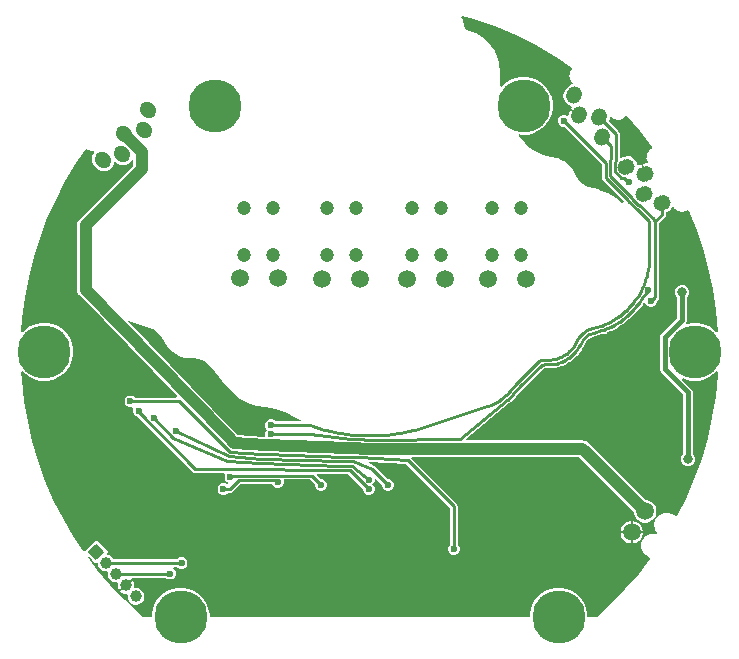
<source format=gbl>
G04*
G04 #@! TF.GenerationSoftware,Altium Limited,Altium Designer,22.7.1 (60)*
G04*
G04 Layer_Physical_Order=2*
G04 Layer_Color=16711680*
%FSLAX44Y44*%
%MOMM*%
G71*
G04*
G04 #@! TF.SameCoordinates,B1D2CE6E-9D4F-4FB7-BF96-633E019B2C5D*
G04*
G04*
G04 #@! TF.FilePolarity,Positive*
G04*
G01*
G75*
%ADD11C,1.0000*%
%ADD13C,0.4000*%
%ADD32C,0.2500*%
%ADD34C,1.5000*%
%ADD35C,1.2000*%
G04:AMPARAMS|DCode=36|XSize=1.3mm|YSize=1.5mm|CornerRadius=0mm|HoleSize=0mm|Usage=FLASHONLY|Rotation=108.000|XOffset=0mm|YOffset=0mm|HoleType=Round|Shape=Round|*
%AMOVALD36*
21,1,0.2000,1.3000,0.0000,0.0000,198.0*
1,1,1.3000,0.0951,0.0309*
1,1,1.3000,-0.0951,-0.0309*
%
%ADD36OVALD36*%

%ADD37P,1.4142X4X357.0*%
%ADD38C,1.0000*%
%ADD39C,4.5000*%
G04:AMPARAMS|DCode=40|XSize=1.3mm|YSize=1.5mm|CornerRadius=0mm|HoleSize=0mm|Usage=FLASHONLY|Rotation=150.000|XOffset=0mm|YOffset=0mm|HoleType=Round|Shape=Round|*
%AMOVALD40*
21,1,0.2000,1.3000,0.0000,0.0000,240.0*
1,1,1.3000,0.0500,0.0866*
1,1,1.3000,-0.0500,-0.0866*
%
%ADD40OVALD40*%

G04:AMPARAMS|DCode=41|XSize=1.3mm|YSize=1.5mm|CornerRadius=0mm|HoleSize=0mm|Usage=FLASHONLY|Rotation=225.000|XOffset=0mm|YOffset=0mm|HoleType=Round|Shape=Round|*
%AMOVALD41*
21,1,0.2000,1.3000,0.0000,0.0000,315.0*
1,1,1.3000,-0.0707,0.0707*
1,1,1.3000,0.0707,-0.0707*
%
%ADD41OVALD41*%

%ADD42C,0.6000*%
%ADD43C,1.2700*%
%ADD44C,0.8000*%
G36*
X386193Y579935D02*
X404263Y573629D01*
X421886Y566166D01*
X438988Y557577D01*
X455500Y547899D01*
X469229Y538607D01*
X469421Y537352D01*
X468688Y536431D01*
X468625Y536310D01*
X468531Y536211D01*
X467962Y535317D01*
X467864Y535064D01*
X467722Y534833D01*
X467354Y533839D01*
X467312Y533571D01*
X467222Y533315D01*
X467072Y532266D01*
X467087Y531995D01*
X467053Y531726D01*
X467128Y530669D01*
X467199Y530407D01*
X467223Y530137D01*
X467519Y529119D01*
X467644Y528879D01*
X467724Y528619D01*
X468228Y527687D01*
X468401Y527478D01*
X468534Y527242D01*
X469223Y526437D01*
X469436Y526269D01*
X469616Y526066D01*
X469857Y525882D01*
X469504Y524555D01*
X469450Y524548D01*
X467382Y523691D01*
X465606Y522329D01*
X464244Y520553D01*
X463244Y518821D01*
X462387Y516754D01*
X462095Y514535D01*
X462387Y512316D01*
X463244Y510248D01*
X464606Y508472D01*
X466382Y507110D01*
X468450Y506253D01*
X468692Y506221D01*
X469253Y504867D01*
X468520Y503910D01*
X468395Y503694D01*
X475819Y499407D01*
X475069Y498108D01*
X467645Y502395D01*
X467520Y502178D01*
X466663Y500111D01*
X466427Y498315D01*
X465354Y497825D01*
X465135Y497811D01*
X465111Y497835D01*
X463273Y498597D01*
X461284D01*
X459446Y497835D01*
X458039Y496429D01*
X457278Y494591D01*
Y492602D01*
X458039Y490764D01*
X459446Y489358D01*
X461284Y488597D01*
X462592D01*
X494538Y456650D01*
Y445371D01*
X494791Y444103D01*
X495509Y443028D01*
X513113Y425424D01*
X513167Y424823D01*
X511951Y424160D01*
X506922Y428079D01*
X506765Y428158D01*
X506633Y428275D01*
X499755Y432257D01*
X499588Y432314D01*
X499441Y432411D01*
X492083Y435416D01*
X491910Y435450D01*
X491751Y435526D01*
X484095Y437486D01*
X481014Y438391D01*
X478380Y439807D01*
X476094Y441735D01*
X474255Y444093D01*
X472824Y447018D01*
X472818Y447027D01*
X472815Y447037D01*
X470523Y451629D01*
X470348Y451854D01*
X470213Y452106D01*
X466960Y456075D01*
X466739Y456256D01*
X466553Y456472D01*
X462500Y459621D01*
X462245Y459749D01*
X462015Y459918D01*
X457365Y462090D01*
X457087Y462158D01*
X456826Y462271D01*
X451810Y463358D01*
X451797Y463358D01*
X451786Y463363D01*
X444643Y464840D01*
X438190Y467632D01*
X432438Y471677D01*
X427498Y476944D01*
X424172Y480921D01*
X424820Y482014D01*
X426008Y481777D01*
X430834D01*
X435567Y482719D01*
X440026Y484566D01*
X444039Y487247D01*
X447451Y490659D01*
X450133Y494672D01*
X451979Y499131D01*
X452921Y503864D01*
Y508690D01*
X451979Y513424D01*
X450133Y517882D01*
X447451Y521895D01*
X444039Y525308D01*
X440026Y527989D01*
X435567Y529836D01*
X430834Y530777D01*
X426008D01*
X421275Y529836D01*
X416816Y527989D01*
X412803Y525308D01*
X409740Y522244D01*
X408470Y522738D01*
Y535486D01*
X408446Y535605D01*
X408458Y535726D01*
X407870Y541932D01*
X407800Y542164D01*
X407779Y542405D01*
X406034Y548390D01*
X405922Y548605D01*
X405856Y548837D01*
X403016Y554387D01*
X402866Y554577D01*
X402757Y554793D01*
X398924Y559709D01*
X398741Y559868D01*
X398594Y560060D01*
X393905Y564167D01*
X393695Y564288D01*
X393514Y564449D01*
X388136Y567602D01*
X387908Y567681D01*
X387700Y567805D01*
X381855Y569880D01*
X380610Y570357D01*
X379739Y570960D01*
X379036Y571753D01*
X378542Y572689D01*
X378209Y574010D01*
X376896Y579267D01*
X376768Y579539D01*
X376683Y579828D01*
X375743Y581630D01*
X376542Y582617D01*
X386193Y579935D01*
D02*
G37*
G36*
X515754Y497468D02*
X526804Y484802D01*
X536999Y471439D01*
X536781Y470188D01*
X535793Y469550D01*
X535695Y469455D01*
X535574Y469392D01*
X534750Y468726D01*
X534576Y468517D01*
X534368Y468343D01*
X533703Y467518D01*
X533577Y467278D01*
X533410Y467064D01*
X532934Y466117D01*
X532862Y465856D01*
X532743Y465611D01*
X532477Y464586D01*
X532462Y464315D01*
X532398Y464051D01*
X532354Y462993D01*
X532396Y462724D01*
X532389Y462453D01*
X532570Y461409D01*
X532667Y461156D01*
X532718Y460889D01*
X533114Y459907D01*
X533263Y459680D01*
X533368Y459430D01*
X533778Y458826D01*
X533439Y457965D01*
X533116Y457604D01*
X531942Y457696D01*
X529742Y457289D01*
X529504Y457211D01*
X532153Y449058D01*
X530727Y448594D01*
X528078Y456748D01*
X527840Y456671D01*
X526047Y455815D01*
X525232Y456045D01*
X524651Y456379D01*
X524408Y457689D01*
X523444Y459709D01*
X521991Y461411D01*
X520146Y462679D01*
X518037Y463426D01*
X515806Y463601D01*
X513605Y463193D01*
X511703Y462575D01*
X510802Y462146D01*
X509532Y462947D01*
Y482819D01*
X509280Y484087D01*
X508562Y485162D01*
X500464Y493260D01*
X501267Y495199D01*
X501428Y496426D01*
X501820Y496659D01*
X502762Y496828D01*
X503261Y496317D01*
X503485Y496163D01*
X503677Y495972D01*
X504560Y495387D01*
X504812Y495284D01*
X505040Y495138D01*
X506027Y494752D01*
X506294Y494704D01*
X506548Y494609D01*
X507594Y494440D01*
X507865Y494450D01*
X508134Y494411D01*
X509192Y494466D01*
X509455Y494533D01*
X509726Y494551D01*
X510749Y494828D01*
X510992Y494949D01*
X511252Y495024D01*
X512194Y495510D01*
X512406Y495680D01*
X512645Y495808D01*
X513462Y496482D01*
X513549Y496588D01*
X513662Y496665D01*
X514485Y497505D01*
X515754Y497468D01*
D02*
G37*
G36*
X59838Y469258D02*
X59959Y469195D01*
X60058Y469100D01*
X60951Y468529D01*
X61203Y468431D01*
X61434Y468288D01*
X62427Y467919D01*
X62695Y467875D01*
X62951Y467785D01*
X64000Y467633D01*
X64271Y467647D01*
X64294Y467644D01*
X64720Y467013D01*
X64914Y466365D01*
X64136Y465352D01*
X63280Y463284D01*
X62988Y461065D01*
X63280Y458846D01*
X64136Y456778D01*
X65499Y455003D01*
X66913Y453589D01*
X68689Y452226D01*
X70756Y451370D01*
X72975Y451077D01*
X75194Y451370D01*
X77262Y452226D01*
X79037Y453589D01*
X80400Y455364D01*
X81256Y457432D01*
X81433Y458773D01*
X82774Y459228D01*
X83326Y458676D01*
X85102Y457313D01*
X87169Y456457D01*
X89388Y456165D01*
X91607Y456457D01*
X93675Y457313D01*
X95451Y458676D01*
X96632Y460216D01*
X97601Y460039D01*
X97902Y459882D01*
Y455460D01*
X52437Y409995D01*
X51315Y408532D01*
X50610Y406829D01*
X50369Y405002D01*
Y350686D01*
X50482Y349831D01*
X50580Y348974D01*
X50602Y348918D01*
X50610Y348858D01*
X50940Y348062D01*
X51256Y347259D01*
X51292Y347211D01*
X51315Y347155D01*
X51840Y346472D01*
X52354Y345779D01*
X134798Y260493D01*
X134302Y259324D01*
X99220D01*
X98295Y260249D01*
X96458Y261010D01*
X94468D01*
X92631Y260249D01*
X91224Y258843D01*
X90463Y257005D01*
Y255016D01*
X91224Y253178D01*
X92631Y251772D01*
X94468Y251010D01*
X96458D01*
X96996Y251234D01*
X97968Y250261D01*
X97511Y249159D01*
Y247170D01*
X98273Y245332D01*
X99679Y243926D01*
X101222Y243286D01*
X148109Y196400D01*
X149184Y195681D01*
X150452Y195429D01*
X152524Y195429D01*
X152543Y195433D01*
X152562Y195429D01*
X174870Y195684D01*
X174872Y195684D01*
X175618Y194423D01*
X175104Y193181D01*
Y191192D01*
X175865Y189354D01*
X177271Y187948D01*
X177871Y187700D01*
X178320Y186210D01*
X177044Y185999D01*
X175206Y186761D01*
X173217D01*
X171379Y185999D01*
X169973Y184593D01*
X169212Y182755D01*
Y180766D01*
X169973Y178928D01*
X171379Y177522D01*
X173217Y176761D01*
X175206D01*
X177044Y177522D01*
X177969Y178447D01*
X179713D01*
X180981Y178699D01*
X182056Y179417D01*
X188585Y185947D01*
X215552D01*
X215974Y184928D01*
X217381Y183522D01*
X219218Y182760D01*
X221208D01*
X223045Y183522D01*
X224452Y184928D01*
X225213Y186766D01*
Y188755D01*
X225157Y188891D01*
X225862Y189947D01*
X247340D01*
X251713Y185574D01*
Y184266D01*
X252474Y182428D01*
X253881Y181022D01*
X255718Y180260D01*
X257708D01*
X259545Y181022D01*
X260952Y182428D01*
X261713Y184266D01*
Y186255D01*
X260952Y188093D01*
X259545Y189499D01*
X257708Y190260D01*
X256399D01*
X253028Y193632D01*
X253521Y194802D01*
X271586Y194581D01*
X271606Y194585D01*
X271626Y194581D01*
X272685D01*
X273006Y194517D01*
X273007Y194517D01*
X273009Y194517D01*
X279771D01*
X292213Y182074D01*
Y180766D01*
X292974Y178928D01*
X294381Y177522D01*
X296218Y176761D01*
X298207D01*
X300045Y177522D01*
X301452Y178928D01*
X302213Y180766D01*
Y182755D01*
X301452Y184593D01*
X300315Y185729D01*
X301372Y186786D01*
X302134Y188624D01*
Y190108D01*
X303389Y190648D01*
X308463Y185574D01*
Y184266D01*
X309224Y182428D01*
X310631Y181022D01*
X312468Y180260D01*
X314457D01*
X316295Y181022D01*
X317702Y182428D01*
X318463Y184266D01*
Y186255D01*
X317702Y188093D01*
X316295Y189499D01*
X314457Y190260D01*
X313149D01*
X303038Y200371D01*
X302306Y201103D01*
X301773Y201460D01*
X301241Y201818D01*
X297247Y203488D01*
X297533Y204725D01*
X328859Y202887D01*
X365899Y165847D01*
Y134768D01*
X364974Y133843D01*
X364213Y132005D01*
Y130016D01*
X364974Y128178D01*
X366381Y126772D01*
X368218Y126010D01*
X370207D01*
X372045Y126772D01*
X373452Y128178D01*
X374213Y130016D01*
Y132005D01*
X373452Y133843D01*
X372527Y134768D01*
Y167219D01*
X372274Y168487D01*
X371556Y169562D01*
X333387Y207731D01*
X333387Y207731D01*
X333380Y207738D01*
X333906Y209008D01*
X475150D01*
X476011Y208147D01*
X521673Y162486D01*
Y161720D01*
X522320Y159304D01*
X523571Y157137D01*
X525340Y155369D01*
X527506Y154118D01*
X529922Y153470D01*
X532424D01*
X534840Y154118D01*
X537006Y155369D01*
X538775Y157137D01*
X540025Y159304D01*
X540673Y161720D01*
Y164221D01*
X540025Y166637D01*
X538775Y168804D01*
X537006Y170572D01*
X534840Y171823D01*
X532424Y172470D01*
X531658D01*
X485996Y218132D01*
X483067Y221061D01*
X481605Y222183D01*
X479902Y222888D01*
X478075Y223129D01*
X380405D01*
X379973Y224323D01*
X416147Y254463D01*
X416353Y254504D01*
X417428Y255222D01*
X421822Y259615D01*
X422321Y260362D01*
X428106Y266717D01*
X445284Y283895D01*
X447727Y284189D01*
X451163D01*
X451240Y284204D01*
X452456Y284402D01*
X452463Y284405D01*
X453701Y284612D01*
X453959Y284633D01*
X455679D01*
X456302Y284757D01*
X456751D01*
X458019Y285009D01*
X459094Y285728D01*
X459355Y285988D01*
X460469Y286357D01*
X461353D01*
X462621Y286610D01*
X463482Y287004D01*
X464501Y287703D01*
X464643Y287798D01*
X465500Y288655D01*
X466474Y289264D01*
X466478D01*
X467746Y289517D01*
X468821Y290235D01*
X473214Y294628D01*
X473329Y294799D01*
X474896Y296406D01*
X476279Y297789D01*
X476333Y297871D01*
X477042Y298579D01*
X477760Y299654D01*
X478013Y300923D01*
Y301043D01*
X478602Y302040D01*
X479072Y302510D01*
X479790Y303585D01*
X479833Y303798D01*
X480551Y304873D01*
X480693Y305586D01*
X481276Y306577D01*
X483083Y308452D01*
X485276Y309855D01*
X488691Y311041D01*
X494574Y312766D01*
X495378D01*
X496646Y313018D01*
X496821Y313088D01*
X496869Y313099D01*
X496869Y313099D01*
X497817Y313440D01*
X498891Y314158D01*
X499264Y314530D01*
X502589Y316025D01*
X502901D01*
X504169Y316277D01*
X504218Y316310D01*
X504935Y316711D01*
X505283Y316855D01*
X506266Y317564D01*
X506331Y317607D01*
X507049Y318325D01*
X510202Y320300D01*
X511189Y320496D01*
X512264Y321215D01*
X512676Y321627D01*
X513253Y322012D01*
X514313Y323072D01*
X517285Y325559D01*
X517476Y325597D01*
X518551Y326315D01*
X522944Y330709D01*
X523464Y331486D01*
X526275Y334584D01*
X527434Y335743D01*
X527646Y336061D01*
X528285Y336700D01*
X529004Y337775D01*
X529160Y338560D01*
X530040Y339846D01*
X531394Y339578D01*
X531974Y338178D01*
X533381Y336772D01*
X535218Y336011D01*
X537207D01*
X539045Y336772D01*
X540452Y338178D01*
X541213Y340016D01*
Y341324D01*
X541894Y342005D01*
X542612Y343080D01*
X542864Y344348D01*
Y406964D01*
X547979Y412080D01*
X548698Y413155D01*
X548950Y414423D01*
Y416227D01*
X549236Y416320D01*
X551256Y417284D01*
X552958Y418737D01*
X554226Y420582D01*
X554269Y420704D01*
X555643Y420779D01*
X555774Y420507D01*
X555937Y420290D01*
X556059Y420048D01*
X556709Y419211D01*
X556915Y419034D01*
X557085Y418822D01*
X557897Y418142D01*
X558135Y418011D01*
X558346Y417841D01*
X559283Y417347D01*
X559543Y417270D01*
X559785Y417147D01*
X560806Y416862D01*
X561077Y416841D01*
X561339Y416772D01*
X562397Y416709D01*
X562665Y416746D01*
X562937Y416734D01*
X563984Y416895D01*
X564239Y416988D01*
X564506Y417033D01*
X565496Y417411D01*
X565612Y417484D01*
X565744Y417521D01*
X566795Y418057D01*
X567987Y417619D01*
X573991Y403215D01*
X579935Y386052D01*
X584814Y368556D01*
X588608Y350794D01*
X591304Y332831D01*
X592870Y314976D01*
X592385Y314611D01*
X591628Y314422D01*
X589034Y317016D01*
X585021Y319697D01*
X580563Y321544D01*
X575829Y322486D01*
X571003D01*
X566545Y321599D01*
X565971Y322331D01*
X565825Y322717D01*
X566481Y323700D01*
X566791Y325260D01*
X566791Y325261D01*
Y344104D01*
X567799Y345112D01*
X568713Y347317D01*
Y349704D01*
X567799Y351909D01*
X566112Y353597D01*
X563906Y354510D01*
X561520D01*
X559314Y353597D01*
X557626Y351909D01*
X556713Y349704D01*
Y347317D01*
X557626Y345112D01*
X558635Y344104D01*
Y326950D01*
X544782Y313097D01*
X543898Y311774D01*
X543588Y310214D01*
X543588Y310213D01*
Y283808D01*
X543588Y283807D01*
X543898Y282247D01*
X544782Y280924D01*
X563385Y262321D01*
Y211417D01*
X562376Y210409D01*
X561463Y208204D01*
Y205817D01*
X562376Y203612D01*
X564064Y201924D01*
X566269Y201010D01*
X568656D01*
X570862Y201924D01*
X572550Y203612D01*
X573463Y205817D01*
Y208204D01*
X572550Y210409D01*
X571541Y211417D01*
Y264010D01*
X571231Y265571D01*
X570347Y266894D01*
X562717Y274524D01*
X563436Y275601D01*
X566270Y274427D01*
X571003Y273486D01*
X575829D01*
X580563Y274427D01*
X585021Y276274D01*
X589034Y278955D01*
X591555Y281477D01*
X592807Y280932D01*
X592718Y278429D01*
X590959Y260351D01*
X588093Y242415D01*
X584130Y224690D01*
X579085Y207241D01*
X572977Y190135D01*
X565831Y173438D01*
X558556Y158970D01*
X557343Y158592D01*
X553759Y160558D01*
X553605Y160607D01*
X553469Y160694D01*
X551725Y161384D01*
X551410Y161441D01*
X551107Y161542D01*
X549246Y161777D01*
X548958Y161756D01*
X548671Y161784D01*
X547176Y161633D01*
X546930Y161558D01*
X546675Y161531D01*
X545239Y161085D01*
X545014Y160962D01*
X544768Y160885D01*
X543451Y160161D01*
X543254Y159996D01*
X543030Y159872D01*
X541883Y158900D01*
X541723Y158699D01*
X541528Y158532D01*
X540598Y157350D01*
X540481Y157121D01*
X540324Y156919D01*
X539648Y155576D01*
X539580Y155328D01*
X539465Y155098D01*
X539071Y153647D01*
X539054Y153392D01*
X538988Y153144D01*
X538891Y151643D01*
X538925Y151389D01*
X538909Y151132D01*
X539114Y149643D01*
X539198Y149400D01*
X539234Y149146D01*
X539732Y147727D01*
X539862Y147506D01*
X539949Y147264D01*
X540719Y145974D01*
X540891Y145783D01*
X541024Y145563D01*
X541601Y144930D01*
X540695Y143497D01*
X538208Y143996D01*
X537823Y143996D01*
X537440Y144031D01*
X535880Y143867D01*
X535624Y143788D01*
X535358Y143756D01*
X533866Y143271D01*
X533632Y143140D01*
X533379Y143054D01*
X532020Y142268D01*
X531819Y142092D01*
X531589Y141954D01*
X530424Y140904D01*
X530263Y140689D01*
X530067Y140507D01*
X529146Y139237D01*
X529034Y138993D01*
X528880Y138774D01*
X528243Y137340D01*
X528185Y137079D01*
X528079Y136833D01*
X527755Y135297D01*
X527752Y135030D01*
X527700Y134767D01*
X527703Y133198D01*
X527756Y132935D01*
X527760Y132667D01*
X528089Y131133D01*
X528195Y130887D01*
X528255Y130626D01*
X528896Y129194D01*
X529051Y128976D01*
X529164Y128733D01*
X530089Y127466D01*
X530286Y127284D01*
X530447Y127070D01*
X531615Y126023D01*
X531731Y125955D01*
X531823Y125856D01*
X535139Y123461D01*
X535319Y122203D01*
X525791Y109935D01*
X514255Y96771D01*
X501960Y84313D01*
X490181Y73715D01*
X482421D01*
Y76128D01*
X481479Y80861D01*
X479633Y85320D01*
X476951Y89332D01*
X473539Y92745D01*
X469526Y95426D01*
X465067Y97273D01*
X460334Y98215D01*
X455508D01*
X450775Y97273D01*
X446316Y95426D01*
X442303Y92745D01*
X438891Y89332D01*
X436209Y85320D01*
X434362Y80861D01*
X433421Y76128D01*
Y73715D01*
X162421D01*
Y76128D01*
X161479Y80861D01*
X159633Y85320D01*
X156951Y89332D01*
X153539Y92745D01*
X149526Y95426D01*
X145067Y97273D01*
X140334Y98215D01*
X135508D01*
X130775Y97273D01*
X126316Y95426D01*
X122303Y92745D01*
X118891Y89332D01*
X116209Y85320D01*
X114362Y80861D01*
X113421Y76128D01*
Y73715D01*
X105708D01*
X103339Y75667D01*
X90515Y87580D01*
X78419Y100232D01*
X67094Y113577D01*
X59250Y124015D01*
X60231Y124823D01*
X65699Y118750D01*
X66445Y119423D01*
X67686Y118831D01*
X67676Y118644D01*
X68060Y116841D01*
X68896Y115199D01*
X70130Y113830D01*
X71675Y112826D01*
X73428Y112256D01*
X75269Y112160D01*
X75491Y112207D01*
X76341Y111263D01*
X76271Y111047D01*
X76174Y109206D01*
X76557Y107404D01*
X77394Y105761D01*
X78628Y104392D01*
X80173Y103388D01*
X81926Y102818D01*
X83767Y102722D01*
X83989Y102769D01*
X84839Y101825D01*
X84769Y101609D01*
X84672Y99768D01*
X85056Y97966D01*
X85892Y96323D01*
X86007Y96196D01*
X91209Y100880D01*
X96636Y105766D01*
X96833Y106428D01*
X97029Y106697D01*
X125456D01*
X126131Y106022D01*
X127968Y105260D01*
X129958D01*
X131795Y106022D01*
X133202Y107428D01*
X133963Y109266D01*
Y111255D01*
X133202Y113093D01*
X131795Y114499D01*
X131743Y114521D01*
X131996Y115791D01*
X134862D01*
X135881Y114772D01*
X137718Y114010D01*
X139707D01*
X141545Y114772D01*
X142952Y116178D01*
X143713Y118016D01*
Y120005D01*
X142952Y121843D01*
X141545Y123249D01*
X139707Y124010D01*
X137718D01*
X135881Y123249D01*
X135049Y122418D01*
X80931D01*
X80534Y123197D01*
X79300Y124567D01*
X77755Y125571D01*
X76002Y126140D01*
X75815Y126150D01*
X75356Y127446D01*
X76103Y128118D01*
X66735Y138522D01*
X56783Y129561D01*
X55239Y129591D01*
X46911Y142160D01*
X38124Y157297D01*
X30248Y172929D01*
X23312Y189000D01*
X17341Y205453D01*
X12353Y222230D01*
X8368Y239274D01*
X5400Y256523D01*
X3458Y273918D01*
X3097Y280871D01*
X4339Y281424D01*
X6808Y278955D01*
X10821Y276274D01*
X15280Y274427D01*
X20013Y273486D01*
X24839D01*
X29572Y274427D01*
X34031Y276274D01*
X38044Y278955D01*
X41456Y282368D01*
X44138Y286381D01*
X45984Y290839D01*
X46926Y295573D01*
Y300399D01*
X45984Y305132D01*
X44138Y309591D01*
X41456Y313603D01*
X38044Y317016D01*
X34031Y319697D01*
X29572Y321544D01*
X24839Y322486D01*
X20013D01*
X15280Y321544D01*
X10821Y319697D01*
X6808Y317016D01*
X4326Y314534D01*
X3091Y315095D01*
X3842Y326365D01*
X6039Y343730D01*
X9260Y360935D01*
X13494Y377918D01*
X18727Y394621D01*
X24939Y410984D01*
X32110Y426951D01*
X40213Y442465D01*
X49221Y457473D01*
X57658Y469809D01*
X58914Y469997D01*
X59838Y469258D01*
D02*
G37*
G36*
X94219Y324678D02*
X94383Y324616D01*
X94527Y324514D01*
X101776Y321255D01*
X101948Y321216D01*
X102104Y321134D01*
X109670Y318915D01*
X114198Y317343D01*
X118034Y314889D01*
X121193Y311610D01*
X123656Y307427D01*
X123658Y307425D01*
X123659Y307423D01*
X126449Y302704D01*
X126652Y302477D01*
X126818Y302222D01*
X130646Y298298D01*
X130897Y298126D01*
X131119Y297917D01*
X135767Y295010D01*
X136052Y294902D01*
X136316Y294752D01*
X141520Y293027D01*
X141822Y292990D01*
X142115Y292906D01*
X147579Y292462D01*
X147707Y292477D01*
X147834Y292454D01*
X148500Y292467D01*
X153238Y291897D01*
X157585Y290264D01*
X161420Y287648D01*
X164664Y284041D01*
X172791Y273455D01*
X172872Y273384D01*
X172928Y273292D01*
X181978Y263349D01*
X182120Y263244D01*
X182232Y263107D01*
X187828Y258444D01*
X188043Y258327D01*
X188230Y258169D01*
X194612Y254657D01*
X194845Y254583D01*
X195059Y254464D01*
X201992Y252231D01*
X202236Y252203D01*
X202469Y252127D01*
X209670Y251257D01*
X218301Y250011D01*
X226329Y246788D01*
X237232Y241397D01*
X237336Y241369D01*
X237427Y241311D01*
X239935Y240322D01*
X239698Y239074D01*
X218470D01*
X217545Y239999D01*
X215707Y240760D01*
X213718D01*
X211881Y239999D01*
X210474Y238593D01*
X209713Y236755D01*
Y234766D01*
X210474Y232928D01*
X211267Y232135D01*
X209974Y230843D01*
X209213Y229005D01*
Y227199D01*
X209010Y226726D01*
X208472Y225980D01*
X186349Y227609D01*
X182690Y231268D01*
X93230Y323810D01*
X94030Y324797D01*
X94219Y324678D01*
D02*
G37*
%LPC*%
G36*
X521204Y154720D02*
X520703D01*
Y145970D01*
X529453D01*
Y146471D01*
X528806Y148887D01*
X527555Y151053D01*
X525786Y152822D01*
X523620Y154073D01*
X521204Y154720D01*
D02*
G37*
G36*
X519203D02*
X518702D01*
X516286Y154073D01*
X514120Y152822D01*
X512351Y151053D01*
X511100Y148887D01*
X510453Y146471D01*
Y145970D01*
X519203D01*
Y154720D01*
D02*
G37*
G36*
X529453Y144471D02*
X520703D01*
Y135721D01*
X521204D01*
X523620Y136368D01*
X525786Y137619D01*
X527555Y139387D01*
X528806Y141554D01*
X529453Y143970D01*
Y144471D01*
D02*
G37*
G36*
X519203D02*
X510453D01*
Y143970D01*
X511100Y141554D01*
X512351Y139387D01*
X514120Y137619D01*
X516286Y136368D01*
X518702Y135721D01*
X519203D01*
Y144471D01*
D02*
G37*
G36*
X97415Y104449D02*
X92213Y99765D01*
X87011Y95081D01*
X87126Y94954D01*
X88671Y93950D01*
X90424Y93380D01*
X92265Y93284D01*
X92487Y93331D01*
X93337Y92387D01*
X93267Y92171D01*
X93170Y90331D01*
X93553Y88528D01*
X94390Y86885D01*
X95624Y85516D01*
X97169Y84512D01*
X98922Y83942D01*
X100763Y83846D01*
X102566Y84229D01*
X104208Y85066D01*
X105578Y86299D01*
X106581Y87845D01*
X107151Y89598D01*
X107247Y91439D01*
X106864Y93241D01*
X106027Y94884D01*
X104794Y96253D01*
X103248Y97257D01*
X101496Y97827D01*
X99655Y97923D01*
X99433Y97876D01*
X98583Y98820D01*
X98653Y99036D01*
X98750Y100876D01*
X98366Y102679D01*
X97529Y104321D01*
X97415Y104449D01*
D02*
G37*
%LPD*%
D11*
X288436Y216452D02*
X291708Y216068D01*
X285357Y216580D02*
X288436Y216452D01*
X291708Y216068D02*
X478075D01*
X481004Y213140D01*
X280775Y216580D02*
X285357D01*
X177655Y226318D02*
X183213Y220760D01*
X280769Y216586D02*
X280775Y216580D01*
X279277Y216761D02*
X280769Y216586D01*
X183213Y220760D02*
X210382Y218760D01*
X481004Y213140D02*
X531173Y162970D01*
X57430Y350686D02*
Y405002D01*
Y350686D02*
X177655Y226318D01*
X210382Y218760D02*
X279277Y216761D01*
X57430Y405002D02*
X104963Y452535D01*
X90048Y482109D02*
X104963Y467195D01*
X90048Y482109D02*
Y482574D01*
X104963Y452535D02*
Y467195D01*
D13*
X547666Y283807D02*
Y310214D01*
X567463Y207010D02*
Y264010D01*
X547666Y283807D02*
X567463Y264010D01*
X547666Y310214D02*
X562713Y325260D01*
Y348510D01*
D32*
X496549Y316501D02*
G03*
X495378Y316080I235J-2489D01*
G01*
X452193Y287814D02*
G03*
X452171Y287812I192J-2493D01*
G01*
X503988Y319950D02*
G03*
X502901Y319339I643J-2416D01*
G01*
X462300Y290141D02*
G03*
X461353Y289671I613J-2424D01*
G01*
X501602Y446925D02*
X520236Y428290D01*
Y427651D02*
Y428290D01*
X516486Y426098D02*
Y426737D01*
X520236Y427651D02*
X525508Y422379D01*
X516486Y426098D02*
X523955Y418629D01*
X497852Y445371D02*
Y458023D01*
Y445371D02*
X516486Y426737D01*
X501602Y446925D02*
Y460201D01*
X524594Y418629D02*
X534662Y408561D01*
X525508Y422379D02*
X526147D01*
X523955Y418629D02*
X524594D01*
X538412Y409475D02*
X539550Y408337D01*
X526147Y422379D02*
X538412Y410115D01*
X534662Y376210D02*
Y408561D01*
X538412Y409475D02*
Y410115D01*
X294814Y223568D02*
X300958D01*
X402013Y253598D02*
X407513Y256532D01*
X415085Y257565D02*
X419479Y261959D01*
X300958Y223568D02*
X374701Y224243D01*
X414694Y257565D02*
X415085D01*
X407740Y256653D02*
X409612Y258212D01*
X374701Y224243D02*
X414694Y257565D01*
X407513Y256532D02*
X407740Y256653D01*
X409612Y258212D02*
X413336Y261315D01*
X219266Y187760D02*
X220213D01*
X187213Y189260D02*
X217766D01*
X179713Y181761D02*
X187213Y189260D01*
X217766D02*
X219266Y187760D01*
X180773Y192856D02*
X182914D01*
X180104Y192187D02*
X180773Y192856D01*
X182914D02*
X183318Y193260D01*
X248713D01*
X174212Y181761D02*
X179713D01*
X248713Y193260D02*
X249195Y192778D01*
X74809Y119104D02*
X138619D01*
X138713Y119010D01*
X128713Y110010D02*
X128963Y110260D01*
X83463Y110010D02*
X128713D01*
X74715Y119198D02*
X74809Y119104D01*
X83213Y109760D02*
X83463Y110010D01*
X210106Y211260D02*
X276315Y209244D01*
X178571Y209510D02*
X205585Y207647D01*
X205455Y203897D02*
X273208Y201744D01*
X152524Y198743D02*
X175935Y199010D01*
X180106Y213260D02*
X207185Y211350D01*
X203981Y203947D02*
X205455Y203897D01*
X176912Y205866D02*
X177726Y205760D01*
X274761Y205494D02*
X276109Y205336D01*
X102511Y246684D02*
X150452Y198743D01*
X95463Y256010D02*
X136649D01*
X207053Y207600D02*
X274761Y205494D01*
X150452Y198743D02*
X152524Y198743D01*
X177726Y205760D02*
X203981Y203947D01*
X134193Y230567D02*
X178571Y209510D01*
X276315Y209244D02*
X277663Y209086D01*
X180491Y199010D02*
X271626Y197894D01*
X131610Y225373D02*
X176912Y205866D01*
X115213Y241761D02*
X131610Y225373D01*
X249195Y192778D02*
X256713Y185260D01*
X207185Y211350D02*
X210106Y211260D01*
X205585Y207647D02*
X207053Y207600D01*
X273208Y201744D02*
X274556Y201586D01*
X175935Y199010D02*
X180491D01*
X136649Y256010D02*
X180106Y213260D01*
X271626Y197894D02*
X272945D01*
X285592Y227830D02*
X293289Y227509D01*
X285201Y209080D02*
X288601Y208568D01*
X300695Y198028D02*
X313463Y185260D01*
X291671Y223823D02*
X294814Y223568D01*
X293289Y227509D02*
X296368Y227318D01*
X282696Y201580D02*
X297134Y189618D01*
X288601Y208568D02*
X330311Y206121D01*
X277669Y209080D02*
X285201D01*
X299533Y227321D02*
X311789Y227894D01*
X322730Y229362D01*
X296368Y227318D02*
X299416D01*
X299445Y227319D02*
X299533Y227321D01*
X299416Y227318D02*
X299445Y227319D01*
X285514Y224080D02*
X291671Y223823D01*
X284250Y205330D02*
X299963Y198760D01*
X300695Y198028D01*
X276115Y205330D02*
X284250D01*
X274556Y201586D02*
X274562Y201580D01*
X285435Y227830D02*
X285592D01*
X283882Y224080D02*
X285514D01*
X274562Y201580D02*
X282696D01*
X330311Y206121D02*
X331044Y205388D01*
X247888Y235760D02*
X259645Y232214D01*
X247463Y228260D02*
X282500Y224144D01*
X283882Y224080D01*
X273112Y229362D02*
X284053Y227894D01*
X271762Y229551D02*
X273112Y229362D01*
X259645Y232214D02*
X260958Y231902D01*
X272945Y197894D02*
X273009Y197830D01*
X281143D01*
X281875Y197098D01*
X284053Y227894D02*
X285435Y227830D01*
X281875Y197098D02*
X297213Y181760D01*
X277663Y209086D02*
X277669Y209080D01*
X214213Y228260D02*
X247463D01*
X276109Y205336D02*
X276115Y205330D01*
X260958Y231902D02*
X271762Y229551D01*
X331044Y205388D02*
X369213Y167219D01*
X214713Y235760D02*
X247888D01*
X102511Y246684D02*
Y248165D01*
X369213Y131010D02*
Y167219D01*
X536213Y341010D02*
X539550Y344348D01*
Y408337D01*
X525942Y339725D02*
X528594Y343603D01*
X528890Y343960D02*
X534050Y349120D01*
X528594Y343603D02*
X528890Y343960D01*
X534050Y349120D02*
Y349972D01*
X525827Y346200D02*
X526012Y346385D01*
X475612Y310879D02*
X478102Y313463D01*
X334884Y231902D02*
X336197Y232214D01*
X516851Y334710D02*
X521159Y339457D01*
X521341Y339639D01*
X346786Y235434D02*
X394803Y251089D01*
X460747Y293891D02*
X461074Y294218D01*
X493825Y319830D02*
X494007Y319912D01*
X394803Y251089D02*
X400965Y253140D01*
X473739Y307698D02*
X475612Y310879D01*
X514463Y332408D02*
X514655D01*
X502435Y323700D02*
X502621Y323886D01*
X509356Y328105D02*
X509539Y328288D01*
X486538Y317770D02*
X493559Y319830D01*
X482172Y316255D02*
X486538Y317770D01*
X322730Y229362D02*
X324080Y229551D01*
X441658Y290259D02*
X442891Y290722D01*
X443787Y287052D02*
X447529Y287503D01*
X425708Y269005D02*
X443736Y287033D01*
X419479Y261959D02*
Y262163D01*
X425708Y269005D01*
X443736Y287033D02*
X443787Y287052D01*
X522192Y340885D02*
X525827Y346200D01*
X415729Y263614D02*
X422993Y271594D01*
X509215Y328017D02*
X509356Y328105D01*
X502042Y323524D02*
X502435Y323700D01*
X461074Y294218D02*
X464447Y296328D01*
X516851Y334605D02*
Y334710D01*
X478102Y313463D02*
X478624Y313985D01*
X459800Y293421D02*
X460747Y293891D01*
X442891Y290722D02*
X447304Y291253D01*
X472979Y306406D02*
X473739Y307694D01*
X447304Y291253D02*
X449610D01*
X413336Y261315D02*
X413532D01*
X502621Y323886D02*
X508083Y327308D01*
X478624Y313985D02*
X482172Y316255D01*
X449734Y291377D02*
X453672Y291697D01*
X522192Y340596D02*
Y340885D01*
X422993Y271594D02*
X441658Y290259D01*
X493559Y319830D02*
X493825D01*
X324080Y229551D02*
X334884Y231902D01*
X470186Y301685D02*
X470949Y302476D01*
X501074Y323089D02*
X501348D01*
X494995Y320251D02*
X495186Y320442D01*
X400965Y253140D02*
X402013Y253598D01*
X336197Y232214D02*
X346786Y235434D01*
X455544Y292167D02*
X459329Y293421D01*
X455197Y291821D02*
X455544Y292167D01*
X454126Y291697D02*
X455197Y291821D01*
X413532Y261315D02*
X415729Y263512D01*
X508083Y327308D02*
X508368D01*
X467121Y298525D02*
Y298552D01*
X521341Y339639D02*
X522192Y340596D01*
X509539Y328288D02*
X514463Y332408D01*
X453672Y291697D02*
X454126D01*
X508368Y327308D02*
X509215Y328017D01*
X501348Y323089D02*
X502042Y323524D01*
X415729Y263512D02*
Y263614D01*
X459329Y293421D02*
X459800Y293421D01*
X449610Y291253D02*
X449734Y291377D01*
X464925Y296328D02*
X467121Y298525D01*
Y298552D02*
X469869Y301368D01*
X494007Y319912D02*
X494995Y320251D01*
X464447Y296328D02*
X464925D01*
X469869Y301368D02*
X470186Y301685D01*
X495186Y320442D02*
X501074Y323089D01*
X470949Y302476D02*
Y302976D01*
X472976Y306404D01*
X472979Y306406D01*
X473739Y307694D02*
Y307698D01*
X514655Y332408D02*
X516851Y334605D01*
X526679Y347445D02*
X529748Y353686D01*
X526012Y346385D02*
X526679Y347445D01*
X451411Y287750D02*
X452171Y287812D01*
X451163Y287503D02*
X451411Y287750D01*
X447529Y287503D02*
X451163D01*
X523875Y336870D02*
X525091Y338086D01*
X520601Y333262D02*
X523875Y336870D01*
X520601Y333052D02*
Y333262D01*
X516208Y328658D02*
X520601Y333052D01*
X475963Y304087D02*
X476729Y304853D01*
X512073Y325519D02*
X515825Y328658D01*
X510910Y324355D02*
X512073Y325519D01*
X509921Y323558D02*
X510718Y324355D01*
X509161Y323558D02*
X509921D01*
X504972Y320934D02*
X509161Y323558D01*
X503988Y319950D02*
X504972Y320934D01*
X501878Y319339D02*
X502901D01*
X497351Y317304D02*
X501878Y319339D01*
X496549Y316501D02*
X497351Y317304D01*
X494098Y316080D02*
X495378D01*
X487681Y314198D02*
X494098Y316080D01*
X483820Y312857D02*
X487681Y314198D01*
X480988Y311046D02*
X483820Y312857D01*
X480779Y310837D02*
X480988Y311046D01*
X478619Y308595D02*
X480779Y310837D01*
X477489Y306677D02*
X478619Y308595D01*
X477489Y306141D02*
Y306677D01*
X476729Y305380D02*
X477489Y306141D01*
X476729Y304853D02*
Y305380D01*
X456751Y288071D02*
X457567Y288887D01*
X455803Y288071D02*
X456751D01*
X455679Y287947D02*
X455803Y288071D01*
X453825Y287947D02*
X455679D01*
X452193Y287814D02*
X453825Y287947D01*
X474699Y301950D02*
X475963Y304087D01*
X473936Y300159D02*
X474699Y300923D01*
X525091Y338191D02*
X525942Y339043D01*
X472537Y298734D02*
X473936Y300132D01*
X470871Y297026D02*
X472537Y298734D01*
X470871Y296971D02*
Y297026D01*
X466478Y292578D02*
X470871Y296971D01*
X459934Y289671D02*
X461353D01*
X462300Y290141D02*
X463424Y291265D01*
X465523Y292578D02*
X466478D01*
X515825Y328658D02*
X516208D01*
X473936Y300132D02*
Y300159D01*
X525091Y338086D02*
Y338191D01*
X474699Y300923D02*
Y301950D01*
X525942Y339043D02*
Y339725D01*
X457567Y288887D02*
X459934Y289671D01*
X510718Y324355D02*
X510910D01*
X463424Y291265D02*
X465523Y292578D01*
X534177Y369423D02*
X534237Y370606D01*
X533973Y369220D02*
X534177Y369423D01*
X532767Y362894D02*
X533973Y369220D01*
X532767Y362632D02*
Y362894D01*
X532653Y362293D02*
X532767Y362632D01*
X532485Y361412D02*
X532653Y362293D01*
X532290Y361217D02*
X532485Y361412D01*
X530226Y355102D02*
X532290Y361217D01*
X530205Y354792D02*
X530226Y355102D01*
X529946Y354274D02*
X530205Y354792D01*
X529748Y353686D02*
X529946Y354274D01*
X534517Y376064D02*
X534662Y376210D01*
X534255Y370959D02*
X534517Y376064D01*
X534255Y370701D02*
Y370959D01*
X534237Y370606D02*
X534255Y370701D01*
X539550Y408337D02*
X545636Y414423D01*
X502469Y461068D02*
Y472128D01*
X495038Y479559D02*
X502469Y472128D01*
X495038Y479559D02*
Y479559D01*
X501602Y460201D02*
X502469Y461068D01*
X462278Y493597D02*
X497852Y458023D01*
X545636Y414423D02*
Y424165D01*
X505352Y450694D02*
X510624Y445422D01*
X513355D01*
X516766Y442010D01*
X517713D01*
X505352Y450694D02*
Y458648D01*
X506219Y459514D01*
X492486Y496552D02*
X506219Y482819D01*
X492486Y496552D02*
Y496552D01*
X506219Y459514D02*
Y482819D01*
D34*
X430000Y360000D02*
D03*
X398000D02*
D03*
X362000D02*
D03*
X330000D02*
D03*
X290000D02*
D03*
X258000D02*
D03*
X220000Y360309D02*
D03*
X188000D02*
D03*
X519953Y145220D02*
D03*
X531173Y162970D02*
D03*
D35*
X426500Y419691D02*
D03*
Y379691D02*
D03*
X401500Y419691D02*
D03*
Y379691D02*
D03*
X358500Y419691D02*
D03*
Y379691D02*
D03*
X333500Y419691D02*
D03*
Y379691D02*
D03*
X286500Y419691D02*
D03*
Y379691D02*
D03*
X261500Y419691D02*
D03*
Y379691D02*
D03*
X216500Y420000D02*
D03*
Y380000D02*
D03*
X191500Y420000D02*
D03*
Y380000D02*
D03*
D36*
X515303Y454731D02*
D03*
X545636Y424165D02*
D03*
X531440Y448826D02*
D03*
X530187Y431688D02*
D03*
D37*
X66217Y128636D02*
D03*
D38*
X74715Y119198D02*
D03*
X83213Y109760D02*
D03*
X91711Y100323D02*
D03*
X100209Y90885D02*
D03*
D39*
X167421Y506277D02*
D03*
X22426Y297986D02*
D03*
X137921Y73715D02*
D03*
X457921D02*
D03*
X428421Y506277D02*
D03*
X573416Y297986D02*
D03*
D40*
X475444Y498758D02*
D03*
X471169Y515401D02*
D03*
X492486Y496552D02*
D03*
X495038Y479559D02*
D03*
D41*
X90048Y482574D02*
D03*
X110006Y502856D02*
D03*
X106895Y485957D02*
D03*
X88681Y465445D02*
D03*
X72268Y460358D02*
D03*
D42*
X558463Y411010D02*
D03*
X567515Y408957D02*
D03*
X442963Y204010D02*
D03*
X433963Y198760D02*
D03*
X442713Y195260D02*
D03*
X452213Y192010D02*
D03*
X570963Y398511D02*
D03*
Y198511D02*
D03*
X560963Y178511D02*
D03*
X510963Y118511D02*
D03*
X500963Y138511D02*
D03*
X490963Y118511D02*
D03*
X500963Y98511D02*
D03*
X480963D02*
D03*
X460963Y538511D02*
D03*
Y178511D02*
D03*
X450963Y158511D02*
D03*
X460963Y138511D02*
D03*
X450963Y118511D02*
D03*
X440963Y538511D02*
D03*
X430963Y478511D02*
D03*
X440963Y138511D02*
D03*
X430963Y118511D02*
D03*
X440963Y98511D02*
D03*
X410963Y558511D02*
D03*
X420963Y538511D02*
D03*
X410963Y198511D02*
D03*
X420963Y98511D02*
D03*
X410963Y78511D02*
D03*
X390963Y198511D02*
D03*
X400963Y178511D02*
D03*
X390963Y158511D02*
D03*
X370963Y198511D02*
D03*
X380963Y178511D02*
D03*
X350963Y198511D02*
D03*
X330963Y158511D02*
D03*
X340963Y138511D02*
D03*
X330963Y118511D02*
D03*
X340963Y98511D02*
D03*
X310963Y198511D02*
D03*
Y158511D02*
D03*
X290963D02*
D03*
X270963D02*
D03*
X250963D02*
D03*
X260963Y138511D02*
D03*
X250963Y118511D02*
D03*
X260963Y98511D02*
D03*
X220963Y178511D02*
D03*
X190963Y238511D02*
D03*
X200963Y178511D02*
D03*
X180963Y258511D02*
D03*
Y138511D02*
D03*
X170963Y118511D02*
D03*
Y78511D02*
D03*
X150963Y278511D02*
D03*
Y158511D02*
D03*
X140963Y178511D02*
D03*
X110963Y198511D02*
D03*
X120963Y178511D02*
D03*
X110963Y158511D02*
D03*
X120963Y138511D02*
D03*
Y98511D02*
D03*
X90963Y198511D02*
D03*
X100963Y178511D02*
D03*
X90963Y158511D02*
D03*
X100963Y138511D02*
D03*
X80963Y218511D02*
D03*
X70963Y198511D02*
D03*
X80963Y178511D02*
D03*
X70963Y158511D02*
D03*
X80963Y138511D02*
D03*
X50963Y438511D02*
D03*
Y278511D02*
D03*
X60963Y258511D02*
D03*
X50963Y238511D02*
D03*
X60963Y218511D02*
D03*
X50963Y198511D02*
D03*
X60963Y178511D02*
D03*
X50963Y158511D02*
D03*
X60963Y138511D02*
D03*
X40963Y418511D02*
D03*
X30963Y398511D02*
D03*
Y358511D02*
D03*
X40963Y258511D02*
D03*
X30963Y238511D02*
D03*
X40963Y218511D02*
D03*
X30963Y198511D02*
D03*
X40963Y178511D02*
D03*
X20963Y378511D02*
D03*
Y338511D02*
D03*
Y258511D02*
D03*
Y218511D02*
D03*
X174212Y181761D02*
D03*
X180104Y192187D02*
D03*
X138713Y119010D02*
D03*
X220213Y187760D02*
D03*
X128963Y110260D02*
D03*
X256713Y185260D02*
D03*
X297134Y189618D02*
D03*
X102511Y248165D02*
D03*
X115213Y241761D02*
D03*
X134193Y230567D02*
D03*
X297213Y181760D02*
D03*
X313463Y185260D02*
D03*
X369213Y131010D02*
D03*
X95463Y256010D02*
D03*
X536213Y341010D02*
D03*
X214713Y235760D02*
D03*
X214213Y228010D02*
D03*
X534050Y349972D02*
D03*
X462278Y493597D02*
D03*
X517713Y442010D02*
D03*
D43*
X297213Y123510D02*
D03*
X277463D02*
D03*
Y103760D02*
D03*
X297213D02*
D03*
X316963D02*
D03*
Y123510D02*
D03*
Y143260D02*
D03*
X297213D02*
D03*
X277463D02*
D03*
D44*
X183213Y220760D02*
D03*
X562713Y348510D02*
D03*
X567463Y207010D02*
D03*
M02*

</source>
